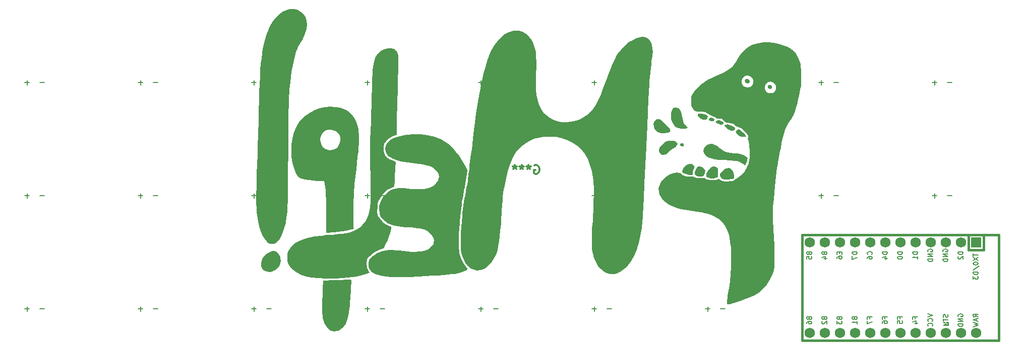
<source format=gbr>
%TF.GenerationSoftware,KiCad,Pcbnew,6.99.0*%
%TF.CreationDate,2022-01-01T23:32:49+11:00*%
%TF.ProjectId,help,68656c70-2e6b-4696-9361-645f70636258,rev?*%
%TF.SameCoordinates,Original*%
%TF.FileFunction,Legend,Bot*%
%TF.FilePolarity,Positive*%
%FSLAX46Y46*%
G04 Gerber Fmt 4.6, Leading zero omitted, Abs format (unit mm)*
G04 Created by KiCad (PCBNEW 6.99.0) date 2022-01-01 23:32:49*
%MOMM*%
%LPD*%
G01*
G04 APERTURE LIST*
%ADD10C,0.150000*%
%ADD11C,0.300000*%
%ADD12C,0.381000*%
%ADD13R,1.752600X1.752600*%
%ADD14C,1.752600*%
G04 APERTURE END LIST*
D10*
%TO.C,SW25*%
X192024047Y-44846428D02*
X192785952Y-44846428D01*
X192405000Y-45227380D02*
X192405000Y-44465476D01*
X194564047Y-44846428D02*
X195325952Y-44846428D01*
%TO.C,SW16*%
X137414047Y-44846428D02*
X138175952Y-44846428D01*
X134874047Y-44846428D02*
X135635952Y-44846428D01*
X135255000Y-45227380D02*
X135255000Y-44465476D01*
%TO.C,SW15*%
X118364047Y-82946428D02*
X119125952Y-82946428D01*
X115824047Y-82946428D02*
X116585952Y-82946428D01*
X116205000Y-83327380D02*
X116205000Y-82565476D01*
%TO.C,SW5*%
X58674047Y-63896428D02*
X59435952Y-63896428D01*
X59055000Y-64277380D02*
X59055000Y-63515476D01*
X61214047Y-63896428D02*
X61975952Y-63896428D01*
%TO.C,SW13*%
X118364047Y-44846428D02*
X119125952Y-44846428D01*
X115824047Y-44846428D02*
X116585952Y-44846428D01*
X116205000Y-45227380D02*
X116205000Y-44465476D01*
%TO.C,SW10*%
X99314047Y-44846428D02*
X100075952Y-44846428D01*
X96774047Y-44846428D02*
X97535952Y-44846428D01*
X97155000Y-45227380D02*
X97155000Y-44465476D01*
%TO.C,SW4*%
X61214047Y-44846428D02*
X61975952Y-44846428D01*
X58674047Y-44846428D02*
X59435952Y-44846428D01*
X59055000Y-45227380D02*
X59055000Y-44465476D01*
%TO.C,SW17*%
X134874047Y-63896428D02*
X135635952Y-63896428D01*
X135255000Y-64277380D02*
X135255000Y-63515476D01*
X137414047Y-63896428D02*
X138175952Y-63896428D01*
%TO.C,SW8*%
X77724047Y-63896428D02*
X78485952Y-63896428D01*
X78105000Y-64277380D02*
X78105000Y-63515476D01*
X80264047Y-63896428D02*
X81025952Y-63896428D01*
%TO.C,SW7*%
X77724047Y-44846428D02*
X78485952Y-44846428D01*
X78105000Y-45227380D02*
X78105000Y-44465476D01*
X80264047Y-44846428D02*
X81025952Y-44846428D01*
%TO.C,SW19*%
X156464047Y-44846428D02*
X157225952Y-44846428D01*
X153924047Y-44846428D02*
X154685952Y-44846428D01*
X154305000Y-45227380D02*
X154305000Y-44465476D01*
%TO.C,U1*%
X186576107Y-84569333D02*
X186576107Y-84302666D01*
X186995154Y-84302666D02*
X186195154Y-84302666D01*
X186195154Y-84683619D01*
X186195154Y-85369333D02*
X186195154Y-84988380D01*
X186576107Y-84950285D01*
X186538011Y-84988380D01*
X186499916Y-85064571D01*
X186499916Y-85255047D01*
X186538011Y-85331238D01*
X186576107Y-85369333D01*
X186652297Y-85407428D01*
X186842773Y-85407428D01*
X186918964Y-85369333D01*
X186957059Y-85331238D01*
X186995154Y-85255047D01*
X186995154Y-85064571D01*
X186957059Y-84988380D01*
X186918964Y-84950285D01*
X184036107Y-84569333D02*
X184036107Y-84302666D01*
X184455154Y-84302666D02*
X183655154Y-84302666D01*
X183655154Y-84683619D01*
X183655154Y-85331238D02*
X183655154Y-85178857D01*
X183693250Y-85102666D01*
X183731345Y-85064571D01*
X183845630Y-84988380D01*
X183998011Y-84950285D01*
X184302773Y-84950285D01*
X184378964Y-84988380D01*
X184417059Y-85026476D01*
X184455154Y-85102666D01*
X184455154Y-85255047D01*
X184417059Y-85331238D01*
X184378964Y-85369333D01*
X184302773Y-85407428D01*
X184112297Y-85407428D01*
X184036107Y-85369333D01*
X183998011Y-85331238D01*
X183959916Y-85255047D01*
X183959916Y-85102666D01*
X183998011Y-85026476D01*
X184036107Y-84988380D01*
X184112297Y-84950285D01*
X173876107Y-84512190D02*
X173914202Y-84626476D01*
X173952297Y-84664571D01*
X174028488Y-84702666D01*
X174142773Y-84702666D01*
X174218964Y-84664571D01*
X174257059Y-84626476D01*
X174295154Y-84550285D01*
X174295154Y-84245523D01*
X173495154Y-84245523D01*
X173495154Y-84512190D01*
X173533250Y-84588380D01*
X173571345Y-84626476D01*
X173647535Y-84664571D01*
X173723726Y-84664571D01*
X173799916Y-84626476D01*
X173838011Y-84588380D01*
X173876107Y-84512190D01*
X173876107Y-84245523D01*
X173571345Y-85007428D02*
X173533250Y-85045523D01*
X173495154Y-85121714D01*
X173495154Y-85312190D01*
X173533250Y-85388380D01*
X173571345Y-85426476D01*
X173647535Y-85464571D01*
X173723726Y-85464571D01*
X173838011Y-85426476D01*
X174295154Y-84969333D01*
X174295154Y-85464571D01*
X179375154Y-73323523D02*
X178575154Y-73323523D01*
X178575154Y-73514000D01*
X178613250Y-73628285D01*
X178689440Y-73704476D01*
X178765630Y-73742571D01*
X178918011Y-73780666D01*
X179032297Y-73780666D01*
X179184678Y-73742571D01*
X179260869Y-73704476D01*
X179337059Y-73628285D01*
X179375154Y-73514000D01*
X179375154Y-73323523D01*
X178575154Y-74047333D02*
X178575154Y-74580666D01*
X179375154Y-74237809D01*
X171336107Y-73590190D02*
X171374202Y-73704476D01*
X171412297Y-73742571D01*
X171488488Y-73780666D01*
X171602773Y-73780666D01*
X171678964Y-73742571D01*
X171717059Y-73704476D01*
X171755154Y-73628285D01*
X171755154Y-73323523D01*
X170955154Y-73323523D01*
X170955154Y-73590190D01*
X170993250Y-73666380D01*
X171031345Y-73704476D01*
X171107535Y-73742571D01*
X171183726Y-73742571D01*
X171259916Y-73704476D01*
X171298011Y-73666380D01*
X171336107Y-73590190D01*
X171336107Y-73323523D01*
X170955154Y-74504476D02*
X170955154Y-74123523D01*
X171336107Y-74085428D01*
X171298011Y-74123523D01*
X171259916Y-74199714D01*
X171259916Y-74390190D01*
X171298011Y-74466380D01*
X171336107Y-74504476D01*
X171412297Y-74542571D01*
X171602773Y-74542571D01*
X171678964Y-74504476D01*
X171717059Y-74466380D01*
X171755154Y-74390190D01*
X171755154Y-74199714D01*
X171717059Y-74123523D01*
X171678964Y-74085428D01*
X194597059Y-83881666D02*
X194635154Y-83995952D01*
X194635154Y-84186428D01*
X194597059Y-84262619D01*
X194558964Y-84300714D01*
X194482773Y-84338809D01*
X194406583Y-84338809D01*
X194330392Y-84300714D01*
X194292297Y-84262619D01*
X194254202Y-84186428D01*
X194216107Y-84034047D01*
X194178011Y-83957857D01*
X194139916Y-83919761D01*
X194063726Y-83881666D01*
X193987535Y-83881666D01*
X193911345Y-83919761D01*
X193873250Y-83957857D01*
X193835154Y-84034047D01*
X193835154Y-84224523D01*
X193873250Y-84338809D01*
X193835154Y-84567380D02*
X193835154Y-85024523D01*
X194635154Y-84795952D02*
X193835154Y-84795952D01*
X173876107Y-73590190D02*
X173914202Y-73704476D01*
X173952297Y-73742571D01*
X174028488Y-73780666D01*
X174142773Y-73780666D01*
X174218964Y-73742571D01*
X174257059Y-73704476D01*
X174295154Y-73628285D01*
X174295154Y-73323523D01*
X173495154Y-73323523D01*
X173495154Y-73590190D01*
X173533250Y-73666380D01*
X173571345Y-73704476D01*
X173647535Y-73742571D01*
X173723726Y-73742571D01*
X173799916Y-73704476D01*
X173838011Y-73666380D01*
X173876107Y-73590190D01*
X173876107Y-73323523D01*
X173761821Y-74466380D02*
X174295154Y-74466380D01*
X173457059Y-74275904D02*
X174028488Y-74085428D01*
X174028488Y-74580666D01*
X199695154Y-84283619D02*
X199314202Y-84016952D01*
X199695154Y-83826476D02*
X198895154Y-83826476D01*
X198895154Y-84131238D01*
X198933250Y-84207428D01*
X198971345Y-84245523D01*
X199047535Y-84283619D01*
X199161821Y-84283619D01*
X199238011Y-84245523D01*
X199276107Y-84207428D01*
X199314202Y-84131238D01*
X199314202Y-83826476D01*
X199466583Y-84588380D02*
X199466583Y-84969333D01*
X199695154Y-84512190D02*
X198895154Y-84778857D01*
X199695154Y-85045523D01*
X198895154Y-85236000D02*
X199695154Y-85426476D01*
X199123726Y-85578857D01*
X199695154Y-85731238D01*
X198895154Y-85921714D01*
X196393250Y-84226476D02*
X196355154Y-84150285D01*
X196355154Y-84036000D01*
X196393250Y-83921714D01*
X196469440Y-83845523D01*
X196545630Y-83807428D01*
X196698011Y-83769333D01*
X196812297Y-83769333D01*
X196964678Y-83807428D01*
X197040869Y-83845523D01*
X197117059Y-83921714D01*
X197155154Y-84036000D01*
X197155154Y-84112190D01*
X197117059Y-84226476D01*
X197078964Y-84264571D01*
X196812297Y-84264571D01*
X196812297Y-84112190D01*
X197155154Y-84607428D02*
X196355154Y-84607428D01*
X197155154Y-85064571D01*
X196355154Y-85064571D01*
X197155154Y-85445523D02*
X196355154Y-85445523D01*
X196355154Y-85636000D01*
X196393250Y-85750285D01*
X196469440Y-85826476D01*
X196545630Y-85864571D01*
X196698011Y-85902666D01*
X196812297Y-85902666D01*
X196964678Y-85864571D01*
X197040869Y-85826476D01*
X197117059Y-85750285D01*
X197155154Y-85636000D01*
X197155154Y-85445523D01*
X184455154Y-73323523D02*
X183655154Y-73323523D01*
X183655154Y-73514000D01*
X183693250Y-73628285D01*
X183769440Y-73704476D01*
X183845630Y-73742571D01*
X183998011Y-73780666D01*
X184112297Y-73780666D01*
X184264678Y-73742571D01*
X184340869Y-73704476D01*
X184417059Y-73628285D01*
X184455154Y-73514000D01*
X184455154Y-73323523D01*
X183921821Y-74466380D02*
X184455154Y-74466380D01*
X183617059Y-74275904D02*
X184188488Y-74085428D01*
X184188488Y-74580666D01*
X171336107Y-84512190D02*
X171374202Y-84626476D01*
X171412297Y-84664571D01*
X171488488Y-84702666D01*
X171602773Y-84702666D01*
X171678964Y-84664571D01*
X171717059Y-84626476D01*
X171755154Y-84550285D01*
X171755154Y-84245523D01*
X170955154Y-84245523D01*
X170955154Y-84512190D01*
X170993250Y-84588380D01*
X171031345Y-84626476D01*
X171107535Y-84664571D01*
X171183726Y-84664571D01*
X171259916Y-84626476D01*
X171298011Y-84588380D01*
X171336107Y-84512190D01*
X171336107Y-84245523D01*
X170955154Y-85388380D02*
X170955154Y-85236000D01*
X170993250Y-85159809D01*
X171031345Y-85121714D01*
X171145630Y-85045523D01*
X171298011Y-85007428D01*
X171602773Y-85007428D01*
X171678964Y-85045523D01*
X171717059Y-85083619D01*
X171755154Y-85159809D01*
X171755154Y-85312190D01*
X171717059Y-85388380D01*
X171678964Y-85426476D01*
X171602773Y-85464571D01*
X171412297Y-85464571D01*
X171336107Y-85426476D01*
X171298011Y-85388380D01*
X171259916Y-85312190D01*
X171259916Y-85159809D01*
X171298011Y-85083619D01*
X171336107Y-85045523D01*
X171412297Y-85007428D01*
X189116107Y-84569333D02*
X189116107Y-84302666D01*
X189535154Y-84302666D02*
X188735154Y-84302666D01*
X188735154Y-84683619D01*
X189001821Y-85331238D02*
X189535154Y-85331238D01*
X188697059Y-85140761D02*
X189268488Y-84950285D01*
X189268488Y-85445523D01*
X186995154Y-73323523D02*
X186195154Y-73323523D01*
X186195154Y-73514000D01*
X186233250Y-73628285D01*
X186309440Y-73704476D01*
X186385630Y-73742571D01*
X186538011Y-73780666D01*
X186652297Y-73780666D01*
X186804678Y-73742571D01*
X186880869Y-73704476D01*
X186957059Y-73628285D01*
X186995154Y-73514000D01*
X186995154Y-73323523D01*
X186195154Y-74275904D02*
X186195154Y-74352095D01*
X186233250Y-74428285D01*
X186271345Y-74466380D01*
X186347535Y-74504476D01*
X186499916Y-74542571D01*
X186690392Y-74542571D01*
X186842773Y-74504476D01*
X186918964Y-74466380D01*
X186957059Y-74428285D01*
X186995154Y-74352095D01*
X186995154Y-74275904D01*
X186957059Y-74199714D01*
X186918964Y-74161619D01*
X186842773Y-74123523D01*
X186690392Y-74085428D01*
X186499916Y-74085428D01*
X186347535Y-74123523D01*
X186271345Y-74161619D01*
X186233250Y-74199714D01*
X186195154Y-74275904D01*
X189535154Y-73323523D02*
X188735154Y-73323523D01*
X188735154Y-73514000D01*
X188773250Y-73628285D01*
X188849440Y-73704476D01*
X188925630Y-73742571D01*
X189078011Y-73780666D01*
X189192297Y-73780666D01*
X189344678Y-73742571D01*
X189420869Y-73704476D01*
X189497059Y-73628285D01*
X189535154Y-73514000D01*
X189535154Y-73323523D01*
X189535154Y-74542571D02*
X189535154Y-74085428D01*
X189535154Y-74314000D02*
X188735154Y-74314000D01*
X188849440Y-74237809D01*
X188925630Y-74161619D01*
X188963726Y-74085428D01*
X181496107Y-84569333D02*
X181496107Y-84302666D01*
X181915154Y-84302666D02*
X181115154Y-84302666D01*
X181115154Y-84683619D01*
X181115154Y-84912190D02*
X181115154Y-85445523D01*
X181915154Y-85102666D01*
X181838964Y-73780666D02*
X181877059Y-73742571D01*
X181915154Y-73628285D01*
X181915154Y-73552095D01*
X181877059Y-73437809D01*
X181800869Y-73361619D01*
X181724678Y-73323523D01*
X181572297Y-73285428D01*
X181458011Y-73285428D01*
X181305630Y-73323523D01*
X181229440Y-73361619D01*
X181153250Y-73437809D01*
X181115154Y-73552095D01*
X181115154Y-73628285D01*
X181153250Y-73742571D01*
X181191345Y-73780666D01*
X181115154Y-74466380D02*
X181115154Y-74314000D01*
X181153250Y-74237809D01*
X181191345Y-74199714D01*
X181305630Y-74123523D01*
X181458011Y-74085428D01*
X181762773Y-74085428D01*
X181838964Y-74123523D01*
X181877059Y-74161619D01*
X181915154Y-74237809D01*
X181915154Y-74390190D01*
X181877059Y-74466380D01*
X181838964Y-74504476D01*
X181762773Y-74542571D01*
X181572297Y-74542571D01*
X181496107Y-74504476D01*
X181458011Y-74466380D01*
X181419916Y-74390190D01*
X181419916Y-74237809D01*
X181458011Y-74161619D01*
X181496107Y-74123523D01*
X181572297Y-74085428D01*
X197155154Y-73323523D02*
X196355154Y-73323523D01*
X196355154Y-73514000D01*
X196393250Y-73628285D01*
X196469440Y-73704476D01*
X196545630Y-73742571D01*
X196698011Y-73780666D01*
X196812297Y-73780666D01*
X196964678Y-73742571D01*
X197040869Y-73704476D01*
X197117059Y-73628285D01*
X197155154Y-73514000D01*
X197155154Y-73323523D01*
X196431345Y-74085428D02*
X196393250Y-74123523D01*
X196355154Y-74199714D01*
X196355154Y-74390190D01*
X196393250Y-74466380D01*
X196431345Y-74504476D01*
X196507535Y-74542571D01*
X196583726Y-74542571D01*
X196698011Y-74504476D01*
X197155154Y-74047333D01*
X197155154Y-74542571D01*
X176416107Y-84512190D02*
X176454202Y-84626476D01*
X176492297Y-84664571D01*
X176568488Y-84702666D01*
X176682773Y-84702666D01*
X176758964Y-84664571D01*
X176797059Y-84626476D01*
X176835154Y-84550285D01*
X176835154Y-84245523D01*
X176035154Y-84245523D01*
X176035154Y-84512190D01*
X176073250Y-84588380D01*
X176111345Y-84626476D01*
X176187535Y-84664571D01*
X176263726Y-84664571D01*
X176339916Y-84626476D01*
X176378011Y-84588380D01*
X176416107Y-84512190D01*
X176416107Y-84245523D01*
X176035154Y-84969333D02*
X176035154Y-85464571D01*
X176339916Y-85197904D01*
X176339916Y-85312190D01*
X176378011Y-85388380D01*
X176416107Y-85426476D01*
X176492297Y-85464571D01*
X176682773Y-85464571D01*
X176758964Y-85426476D01*
X176797059Y-85388380D01*
X176835154Y-85312190D01*
X176835154Y-85083619D01*
X176797059Y-85007428D01*
X176758964Y-84969333D01*
X191313250Y-73304476D02*
X191275154Y-73228285D01*
X191275154Y-73114000D01*
X191313250Y-72999714D01*
X191389440Y-72923523D01*
X191465630Y-72885428D01*
X191618011Y-72847333D01*
X191732297Y-72847333D01*
X191884678Y-72885428D01*
X191960869Y-72923523D01*
X192037059Y-72999714D01*
X192075154Y-73114000D01*
X192075154Y-73190190D01*
X192037059Y-73304476D01*
X191998964Y-73342571D01*
X191732297Y-73342571D01*
X191732297Y-73190190D01*
X192075154Y-73685428D02*
X191275154Y-73685428D01*
X192075154Y-74142571D01*
X191275154Y-74142571D01*
X192075154Y-74523523D02*
X191275154Y-74523523D01*
X191275154Y-74714000D01*
X191313250Y-74828285D01*
X191389440Y-74904476D01*
X191465630Y-74942571D01*
X191618011Y-74980666D01*
X191732297Y-74980666D01*
X191884678Y-74942571D01*
X191960869Y-74904476D01*
X192037059Y-74828285D01*
X192075154Y-74714000D01*
X192075154Y-74523523D01*
X198895154Y-73612651D02*
X198895154Y-74069794D01*
X199695154Y-73841223D02*
X198895154Y-73841223D01*
X198895154Y-74260270D02*
X199695154Y-74793604D01*
X198895154Y-74793604D02*
X199695154Y-74260270D01*
X198895154Y-75250747D02*
X198895154Y-75326937D01*
X198933250Y-75403128D01*
X198971345Y-75441223D01*
X199047535Y-75479318D01*
X199199916Y-75517413D01*
X199390392Y-75517413D01*
X199542773Y-75479318D01*
X199618964Y-75441223D01*
X199657059Y-75403128D01*
X199695154Y-75326937D01*
X199695154Y-75250747D01*
X199657059Y-75174556D01*
X199618964Y-75136461D01*
X199542773Y-75098366D01*
X199390392Y-75060270D01*
X199199916Y-75060270D01*
X199047535Y-75098366D01*
X198971345Y-75136461D01*
X198933250Y-75174556D01*
X198895154Y-75250747D01*
X198857059Y-76431699D02*
X199885630Y-75745985D01*
X199695154Y-76698366D02*
X198895154Y-76698366D01*
X198895154Y-76888842D01*
X198933250Y-77003128D01*
X199009440Y-77079318D01*
X199085630Y-77117413D01*
X199238011Y-77155508D01*
X199352297Y-77155508D01*
X199504678Y-77117413D01*
X199580869Y-77079318D01*
X199657059Y-77003128D01*
X199695154Y-76888842D01*
X199695154Y-76698366D01*
X198895154Y-77422175D02*
X198895154Y-77917413D01*
X199199916Y-77650747D01*
X199199916Y-77765032D01*
X199238011Y-77841223D01*
X199276107Y-77879318D01*
X199352297Y-77917413D01*
X199542773Y-77917413D01*
X199618964Y-77879318D01*
X199657059Y-77841223D01*
X199695154Y-77765032D01*
X199695154Y-77536461D01*
X199657059Y-77460270D01*
X199618964Y-77422175D01*
X193853250Y-73304476D02*
X193815154Y-73228285D01*
X193815154Y-73114000D01*
X193853250Y-72999714D01*
X193929440Y-72923523D01*
X194005630Y-72885428D01*
X194158011Y-72847333D01*
X194272297Y-72847333D01*
X194424678Y-72885428D01*
X194500869Y-72923523D01*
X194577059Y-72999714D01*
X194615154Y-73114000D01*
X194615154Y-73190190D01*
X194577059Y-73304476D01*
X194538964Y-73342571D01*
X194272297Y-73342571D01*
X194272297Y-73190190D01*
X194615154Y-73685428D02*
X193815154Y-73685428D01*
X194615154Y-74142571D01*
X193815154Y-74142571D01*
X194615154Y-74523523D02*
X193815154Y-74523523D01*
X193815154Y-74714000D01*
X193853250Y-74828285D01*
X193929440Y-74904476D01*
X194005630Y-74942571D01*
X194158011Y-74980666D01*
X194272297Y-74980666D01*
X194424678Y-74942571D01*
X194500869Y-74904476D01*
X194577059Y-74828285D01*
X194615154Y-74714000D01*
X194615154Y-74523523D01*
X176416107Y-73361619D02*
X176416107Y-73628285D01*
X176835154Y-73742571D02*
X176835154Y-73361619D01*
X176035154Y-73361619D01*
X176035154Y-73742571D01*
X176035154Y-74428285D02*
X176035154Y-74275904D01*
X176073250Y-74199714D01*
X176111345Y-74161619D01*
X176225630Y-74085428D01*
X176378011Y-74047333D01*
X176682773Y-74047333D01*
X176758964Y-74085428D01*
X176797059Y-74123523D01*
X176835154Y-74199714D01*
X176835154Y-74352095D01*
X176797059Y-74428285D01*
X176758964Y-74466380D01*
X176682773Y-74504476D01*
X176492297Y-74504476D01*
X176416107Y-74466380D01*
X176378011Y-74428285D01*
X176339916Y-74352095D01*
X176339916Y-74199714D01*
X176378011Y-74123523D01*
X176416107Y-74085428D01*
X176492297Y-74047333D01*
X191275154Y-83769333D02*
X192075154Y-84036000D01*
X191275154Y-84302666D01*
X191998964Y-85026476D02*
X192037059Y-84988380D01*
X192075154Y-84874095D01*
X192075154Y-84797904D01*
X192037059Y-84683619D01*
X191960869Y-84607428D01*
X191884678Y-84569333D01*
X191732297Y-84531238D01*
X191618011Y-84531238D01*
X191465630Y-84569333D01*
X191389440Y-84607428D01*
X191313250Y-84683619D01*
X191275154Y-84797904D01*
X191275154Y-84874095D01*
X191313250Y-84988380D01*
X191351345Y-85026476D01*
X191998964Y-85826476D02*
X192037059Y-85788380D01*
X192075154Y-85674095D01*
X192075154Y-85597904D01*
X192037059Y-85483619D01*
X191960869Y-85407428D01*
X191884678Y-85369333D01*
X191732297Y-85331238D01*
X191618011Y-85331238D01*
X191465630Y-85369333D01*
X191389440Y-85407428D01*
X191313250Y-85483619D01*
X191275154Y-85597904D01*
X191275154Y-85674095D01*
X191313250Y-85788380D01*
X191351345Y-85826476D01*
X178956107Y-84512190D02*
X178994202Y-84626476D01*
X179032297Y-84664571D01*
X179108488Y-84702666D01*
X179222773Y-84702666D01*
X179298964Y-84664571D01*
X179337059Y-84626476D01*
X179375154Y-84550285D01*
X179375154Y-84245523D01*
X178575154Y-84245523D01*
X178575154Y-84512190D01*
X178613250Y-84588380D01*
X178651345Y-84626476D01*
X178727535Y-84664571D01*
X178803726Y-84664571D01*
X178879916Y-84626476D01*
X178918011Y-84588380D01*
X178956107Y-84512190D01*
X178956107Y-84245523D01*
X179375154Y-85464571D02*
X179375154Y-85007428D01*
X179375154Y-85236000D02*
X178575154Y-85236000D01*
X178689440Y-85159809D01*
X178765630Y-85083619D01*
X178803726Y-85007428D01*
%TO.C,SW20*%
X156464047Y-63896428D02*
X157225952Y-63896428D01*
X153924047Y-63896428D02*
X154685952Y-63896428D01*
X154305000Y-64277380D02*
X154305000Y-63515476D01*
%TO.C,SW11*%
X99314047Y-63896428D02*
X100075952Y-63896428D01*
X96774047Y-63896428D02*
X97535952Y-63896428D01*
X97155000Y-64277380D02*
X97155000Y-63515476D01*
%TO.C,SW26*%
X192024047Y-63896428D02*
X192785952Y-63896428D01*
X192405000Y-64277380D02*
X192405000Y-63515476D01*
X194564047Y-63896428D02*
X195325952Y-63896428D01*
%TO.C,SW21*%
X156464047Y-82946428D02*
X157225952Y-82946428D01*
X153924047Y-82946428D02*
X154685952Y-82946428D01*
X154305000Y-83327380D02*
X154305000Y-82565476D01*
%TO.C,SW14*%
X115824047Y-63896428D02*
X116585952Y-63896428D01*
X116205000Y-64277380D02*
X116205000Y-63515476D01*
X118364047Y-63896428D02*
X119125952Y-63896428D01*
%TO.C,SW12*%
X99314047Y-82946428D02*
X100075952Y-82946428D01*
X96774047Y-82946428D02*
X97535952Y-82946428D01*
X97155000Y-83327380D02*
X97155000Y-82565476D01*
%TO.C,SW18*%
X134874047Y-82946428D02*
X135635952Y-82946428D01*
X135255000Y-83327380D02*
X135255000Y-82565476D01*
X137414047Y-82946428D02*
X138175952Y-82946428D01*
%TO.C,SW22*%
X175514047Y-44846428D02*
X176275952Y-44846428D01*
X172974047Y-44846428D02*
X173735952Y-44846428D01*
X173355000Y-45227380D02*
X173355000Y-44465476D01*
%TO.C,SW9*%
X77724047Y-82946428D02*
X78485952Y-82946428D01*
X78105000Y-83327380D02*
X78105000Y-82565476D01*
X80264047Y-82946428D02*
X81025952Y-82946428D01*
%TO.C,SW1*%
X42164047Y-44846428D02*
X42925952Y-44846428D01*
X39624047Y-44846428D02*
X40385952Y-44846428D01*
X40005000Y-45227380D02*
X40005000Y-44465476D01*
%TO.C,SW2*%
X39624047Y-63896428D02*
X40385952Y-63896428D01*
X40005000Y-64277380D02*
X40005000Y-63515476D01*
X42164047Y-63896428D02*
X42925952Y-63896428D01*
%TO.C,SW3*%
X42164047Y-82946428D02*
X42925952Y-82946428D01*
X39624047Y-82946428D02*
X40385952Y-82946428D01*
X40005000Y-83327380D02*
X40005000Y-82565476D01*
%TO.C,SW23*%
X175514047Y-63896428D02*
X176275952Y-63896428D01*
X172974047Y-63896428D02*
X173735952Y-63896428D01*
X173355000Y-64277380D02*
X173355000Y-63515476D01*
%TO.C,SW6*%
X61214047Y-82946428D02*
X61975952Y-82946428D01*
X58674047Y-82946428D02*
X59435952Y-82946428D01*
X59055000Y-83327380D02*
X59055000Y-82565476D01*
D11*
%TO.C,G\u002A\u002A\u002A*%
X125167571Y-58769250D02*
X125312714Y-58696678D01*
X125530428Y-58696678D01*
X125748142Y-58769250D01*
X125893285Y-58914392D01*
X125965857Y-59059535D01*
X126038428Y-59349821D01*
X126038428Y-59567535D01*
X125965857Y-59857821D01*
X125893285Y-60002964D01*
X125748142Y-60148107D01*
X125530428Y-60220678D01*
X125385285Y-60220678D01*
X125167571Y-60148107D01*
X125095000Y-60075535D01*
X125095000Y-59567535D01*
X125385285Y-59567535D01*
X124224142Y-58696678D02*
X124224142Y-59059535D01*
X124587000Y-58914392D02*
X124224142Y-59059535D01*
X123861285Y-58914392D01*
X124441857Y-59349821D02*
X124224142Y-59059535D01*
X124006428Y-59349821D01*
X123063000Y-58696678D02*
X123063000Y-59059535D01*
X123425857Y-58914392D02*
X123063000Y-59059535D01*
X122700142Y-58914392D01*
X123280714Y-59349821D02*
X123063000Y-59059535D01*
X122845285Y-59349821D01*
X121901857Y-58696678D02*
X121901857Y-59059535D01*
X122264714Y-58914392D02*
X121901857Y-59059535D01*
X121539000Y-58914392D01*
X122119571Y-59349821D02*
X121901857Y-59059535D01*
X121684142Y-59349821D01*
D12*
%TO.C,U1*%
X203143250Y-88265000D02*
X203143250Y-70485000D01*
X203143250Y-70485000D02*
X170123250Y-70485000D01*
X200603250Y-73025000D02*
X200603250Y-70485000D01*
X200603250Y-73025000D02*
X198063250Y-73025000D01*
X198063250Y-73025000D02*
X198063250Y-70485000D01*
X170123250Y-88265000D02*
X203143250Y-88265000D01*
X170123250Y-70485000D02*
X170123250Y-88265000D01*
D10*
X194714220Y-85619635D02*
X193914220Y-85619635D01*
X193914220Y-85619635D02*
X193914220Y-85719635D01*
X193914220Y-85719635D02*
X194714220Y-85719635D01*
X194714220Y-85719635D02*
X194714220Y-85619635D01*
G36*
X194714220Y-85719635D02*
G01*
X193914220Y-85719635D01*
X193914220Y-85619635D01*
X194714220Y-85619635D01*
X194714220Y-85719635D01*
G37*
X194714220Y-85719635D02*
X193914220Y-85719635D01*
X193914220Y-85619635D01*
X194714220Y-85619635D01*
X194714220Y-85719635D01*
X194714220Y-85219635D02*
X194614220Y-85219635D01*
X194614220Y-85219635D02*
X194614220Y-85719635D01*
X194614220Y-85719635D02*
X194714220Y-85719635D01*
X194714220Y-85719635D02*
X194714220Y-85219635D01*
G36*
X194714220Y-85719635D02*
G01*
X194614220Y-85719635D01*
X194614220Y-85219635D01*
X194714220Y-85219635D01*
X194714220Y-85719635D01*
G37*
X194714220Y-85719635D02*
X194614220Y-85719635D01*
X194614220Y-85219635D01*
X194714220Y-85219635D01*
X194714220Y-85719635D01*
X194714220Y-85219635D02*
X194414220Y-85219635D01*
X194414220Y-85219635D02*
X194414220Y-85319635D01*
X194414220Y-85319635D02*
X194714220Y-85319635D01*
X194714220Y-85319635D02*
X194714220Y-85219635D01*
G36*
X194714220Y-85319635D02*
G01*
X194414220Y-85319635D01*
X194414220Y-85219635D01*
X194714220Y-85219635D01*
X194714220Y-85319635D01*
G37*
X194714220Y-85319635D02*
X194414220Y-85319635D01*
X194414220Y-85219635D01*
X194714220Y-85219635D01*
X194714220Y-85319635D01*
X194314220Y-85419635D02*
X194214220Y-85419635D01*
X194214220Y-85419635D02*
X194214220Y-85519635D01*
X194214220Y-85519635D02*
X194314220Y-85519635D01*
X194314220Y-85519635D02*
X194314220Y-85419635D01*
G36*
X194314220Y-85519635D02*
G01*
X194214220Y-85519635D01*
X194214220Y-85419635D01*
X194314220Y-85419635D01*
X194314220Y-85519635D01*
G37*
X194314220Y-85519635D02*
X194214220Y-85519635D01*
X194214220Y-85419635D01*
X194314220Y-85419635D01*
X194314220Y-85519635D01*
X194114220Y-85219635D02*
X193914220Y-85219635D01*
X193914220Y-85219635D02*
X193914220Y-85319635D01*
X193914220Y-85319635D02*
X194114220Y-85319635D01*
X194114220Y-85319635D02*
X194114220Y-85219635D01*
G36*
X194114220Y-85319635D02*
G01*
X193914220Y-85319635D01*
X193914220Y-85219635D01*
X194114220Y-85219635D01*
X194114220Y-85319635D01*
G37*
X194114220Y-85319635D02*
X193914220Y-85319635D01*
X193914220Y-85219635D01*
X194114220Y-85219635D01*
X194114220Y-85319635D01*
%TO.C,G\u002A\u002A\u002A*%
G36*
X164850514Y-45224662D02*
G01*
X165019685Y-45333525D01*
X165094035Y-45515481D01*
X165043140Y-45737510D01*
X164952702Y-45835856D01*
X164762103Y-45898140D01*
X164561118Y-45865358D01*
X164416677Y-45737510D01*
X164366691Y-45549168D01*
X164420663Y-45353177D01*
X164578065Y-45232746D01*
X164616944Y-45221911D01*
X164850514Y-45224662D01*
G37*
G36*
X150039840Y-55043409D02*
G01*
X150169532Y-55094924D01*
X150296915Y-55243193D01*
X150285712Y-55445736D01*
X150280274Y-55457643D01*
X150165767Y-55533628D01*
X149983021Y-55542506D01*
X149794510Y-55490488D01*
X149662706Y-55383786D01*
X149627883Y-55270909D01*
X149685606Y-55130317D01*
X149835387Y-55043236D01*
X150039840Y-55043409D01*
G37*
G36*
X161024470Y-44200295D02*
G01*
X161217300Y-44312435D01*
X161341430Y-44489947D01*
X161372489Y-44689513D01*
X161286104Y-44867815D01*
X161185791Y-44935325D01*
X160973621Y-44964883D01*
X160757690Y-44900697D01*
X160589999Y-44762928D01*
X160522546Y-44571741D01*
X160569997Y-44409388D01*
X160715182Y-44249219D01*
X160900346Y-44182171D01*
X161024470Y-44200295D01*
G37*
G36*
X155228256Y-50845828D02*
G01*
X155234312Y-50848977D01*
X155414284Y-50977825D01*
X155442404Y-51104386D01*
X155321779Y-51241809D01*
X155236209Y-51293479D01*
X154960507Y-51342539D01*
X154643697Y-51259848D01*
X154488363Y-51161226D01*
X154460554Y-51038246D01*
X154574192Y-50869440D01*
X154713644Y-50763903D01*
X154938055Y-50739849D01*
X155228256Y-50845828D01*
G37*
G36*
X151587776Y-58567944D02*
G01*
X151887694Y-58741577D01*
X152137509Y-58964787D01*
X151966838Y-59410780D01*
X151898284Y-59613285D01*
X151824729Y-59905675D01*
X151796166Y-60132603D01*
X151796166Y-60408433D01*
X151309202Y-60354960D01*
X150847961Y-60287473D01*
X150418734Y-60176925D01*
X150132595Y-60036527D01*
X150082738Y-59988319D01*
X150028798Y-59793717D01*
X150099487Y-59515078D01*
X150293776Y-59158005D01*
X150299786Y-59148803D01*
X150579684Y-58826740D01*
X150906097Y-58617756D01*
X151251352Y-58529081D01*
X151587776Y-58567944D01*
G37*
G36*
X159731511Y-52784632D02*
G01*
X160028046Y-53007069D01*
X160193307Y-53166481D01*
X160394860Y-53390695D01*
X160575764Y-53618498D01*
X160706185Y-53811954D01*
X160756288Y-53933124D01*
X160753134Y-53945585D01*
X160658882Y-53987117D01*
X160467212Y-53998815D01*
X160223678Y-53983140D01*
X159973834Y-53942550D01*
X159763232Y-53879506D01*
X159599151Y-53803090D01*
X159288208Y-53581617D01*
X159073312Y-53282993D01*
X159012382Y-53137190D01*
X159029852Y-53016927D01*
X159145850Y-52861962D01*
X159290496Y-52737545D01*
X159491738Y-52695790D01*
X159731511Y-52784632D01*
G37*
G36*
X158129877Y-59333957D02*
G01*
X158226203Y-59387379D01*
X158479903Y-59641823D01*
X158634497Y-60014254D01*
X158688627Y-60501829D01*
X158691564Y-60965965D01*
X158379908Y-61060718D01*
X158200939Y-61101230D01*
X157887075Y-61142865D01*
X157561810Y-61161338D01*
X157138641Y-61137300D01*
X156791630Y-61037253D01*
X156550639Y-60851380D01*
X156397936Y-60570682D01*
X156355406Y-60442467D01*
X156327400Y-60281701D01*
X156371952Y-60146660D01*
X156501633Y-59963782D01*
X156656972Y-59780733D01*
X157014130Y-59480518D01*
X157394948Y-59299686D01*
X157775004Y-59247684D01*
X158129877Y-59333957D01*
G37*
G36*
X157850422Y-51909781D02*
G01*
X158068455Y-51982870D01*
X158343321Y-52098066D01*
X158607647Y-52227181D01*
X158816103Y-52347902D01*
X158923359Y-52437915D01*
X158928987Y-52454735D01*
X158897744Y-52581235D01*
X158795540Y-52753502D01*
X158702122Y-52861138D01*
X158534087Y-52955174D01*
X158316181Y-52948429D01*
X158010414Y-52845346D01*
X157904814Y-52787652D01*
X157711610Y-52650572D01*
X157496995Y-52476061D01*
X157297933Y-52296244D01*
X157151388Y-52143247D01*
X157094325Y-52049194D01*
X157098131Y-52027998D01*
X157195184Y-51946729D01*
X157386128Y-51893812D01*
X157621147Y-51878435D01*
X157850422Y-51909781D01*
G37*
G36*
X156925907Y-51530712D02*
G01*
X156946894Y-51662333D01*
X156848973Y-51812266D01*
X156725370Y-51908013D01*
X156511666Y-51949205D01*
X156233342Y-51879191D01*
X155870639Y-51695614D01*
X155669573Y-51559691D01*
X155596011Y-51443326D01*
X155672134Y-51338030D01*
X155724936Y-51311312D01*
X156315184Y-51311312D01*
X156354141Y-51350269D01*
X156393098Y-51311312D01*
X156354141Y-51272355D01*
X156315184Y-51311312D01*
X155724936Y-51311312D01*
X155899191Y-51223139D01*
X155943852Y-51204896D01*
X156115528Y-51155419D01*
X156273652Y-51171469D01*
X156493514Y-51257384D01*
X156599943Y-51311312D01*
X156774815Y-51399921D01*
X156925907Y-51530712D01*
G37*
G36*
X153293271Y-59026784D02*
G01*
X153577382Y-59180697D01*
X153788016Y-59463083D01*
X153832838Y-59556463D01*
X153868298Y-59694246D01*
X153850096Y-59855458D01*
X153777197Y-60101145D01*
X153723394Y-60262614D01*
X153653292Y-60461747D01*
X153612175Y-60563612D01*
X153531640Y-60592028D01*
X153336482Y-60613740D01*
X153072028Y-60622048D01*
X152812007Y-60613542D01*
X152448597Y-60550602D01*
X152220493Y-60418154D01*
X152120796Y-60206496D01*
X152142607Y-59905925D01*
X152279025Y-59506737D01*
X152328579Y-59391584D01*
X152441859Y-59167957D01*
X152558129Y-59047065D01*
X152719233Y-58997297D01*
X152967019Y-58987045D01*
X153293271Y-59026784D01*
G37*
G36*
X154268315Y-50751785D02*
G01*
X154240438Y-50790917D01*
X154109843Y-50959186D01*
X154016718Y-51056898D01*
X153950345Y-51092273D01*
X153718820Y-51113814D01*
X153437503Y-51045472D01*
X153146969Y-50905057D01*
X152887793Y-50710376D01*
X152700551Y-50479237D01*
X152687329Y-50454256D01*
X153666104Y-50454256D01*
X153705061Y-50493213D01*
X153744018Y-50454256D01*
X153705061Y-50415299D01*
X153666104Y-50454256D01*
X152687329Y-50454256D01*
X152661528Y-50405507D01*
X152593544Y-50233126D01*
X152591927Y-50138965D01*
X152619079Y-50123123D01*
X152769501Y-50081282D01*
X152990747Y-50046457D01*
X153217534Y-50038946D01*
X153703090Y-50128644D01*
X154190401Y-50352186D01*
X154359652Y-50454256D01*
X154441998Y-50503916D01*
X154268315Y-50751785D01*
G37*
G36*
X146420092Y-51121066D02*
G01*
X146512748Y-51183182D01*
X146736727Y-51367677D01*
X147001145Y-51615551D01*
X147279923Y-51898906D01*
X147546979Y-52189846D01*
X147776234Y-52460474D01*
X147941607Y-52682892D01*
X148017017Y-52829205D01*
X148030825Y-52962256D01*
X147974414Y-53099130D01*
X147808875Y-53198768D01*
X147510890Y-53282030D01*
X147489520Y-53286675D01*
X146950626Y-53358704D01*
X146463482Y-53339211D01*
X146066255Y-53229583D01*
X145953867Y-53172545D01*
X145620385Y-52915742D01*
X145377630Y-52588875D01*
X145234151Y-52222042D01*
X145198497Y-51845340D01*
X145279217Y-51488866D01*
X145484859Y-51182717D01*
X145528678Y-51141289D01*
X145792551Y-50988150D01*
X146084824Y-50981729D01*
X146420092Y-51121066D01*
G37*
G36*
X148976546Y-49015574D02*
G01*
X149308616Y-49095155D01*
X149575902Y-49291154D01*
X149784349Y-49612051D01*
X149939904Y-50066325D01*
X150048512Y-50662458D01*
X150073527Y-50840519D01*
X150167110Y-51311164D01*
X150289293Y-51653989D01*
X150449176Y-51889615D01*
X150655859Y-52038663D01*
X150711854Y-52068355D01*
X150884437Y-52225809D01*
X150913944Y-52391293D01*
X150805272Y-52533900D01*
X150563317Y-52622723D01*
X150269322Y-52639238D01*
X149891972Y-52613028D01*
X149512710Y-52551392D01*
X149205139Y-52462986D01*
X149201736Y-52461618D01*
X148837108Y-52233579D01*
X148533409Y-51880575D01*
X148302177Y-51425271D01*
X148154949Y-50890334D01*
X148103263Y-50298428D01*
X148114786Y-50042185D01*
X148201108Y-49612101D01*
X148364912Y-49288182D01*
X148597916Y-49083930D01*
X148891837Y-49012845D01*
X148976546Y-49015574D01*
G37*
G36*
X148352926Y-54609656D02*
G01*
X148681795Y-54675496D01*
X148960169Y-54795302D01*
X149152941Y-54951574D01*
X149225000Y-55126815D01*
X149202202Y-55258889D01*
X149121732Y-55378452D01*
X149066881Y-55423999D01*
X148969700Y-55573589D01*
X148951634Y-55606657D01*
X148821576Y-55733565D01*
X148624962Y-55858807D01*
X148587520Y-55879296D01*
X148368472Y-56023038D01*
X148096789Y-56227182D01*
X147822546Y-56454552D01*
X147740794Y-56525229D01*
X147495104Y-56727512D01*
X147288973Y-56883133D01*
X147160276Y-56963015D01*
X146929934Y-57022002D01*
X146621074Y-56990899D01*
X146358740Y-56846283D01*
X146176628Y-56609352D01*
X146108436Y-56301306D01*
X146109565Y-56249240D01*
X146200799Y-55830331D01*
X146422553Y-55444987D01*
X146752745Y-55111372D01*
X147169296Y-54847652D01*
X147650128Y-54671994D01*
X148173160Y-54602563D01*
X148352926Y-54609656D01*
G37*
G36*
X82571673Y-74856831D02*
G01*
X82527383Y-75282982D01*
X82362556Y-75683199D01*
X82075316Y-76066519D01*
X81703776Y-76385653D01*
X81283896Y-76602444D01*
X81214495Y-76625677D01*
X80718313Y-76717148D01*
X80247474Y-76678578D01*
X79835224Y-76512039D01*
X79750195Y-76454123D01*
X79476106Y-76157090D01*
X79319679Y-75775027D01*
X79286177Y-75327379D01*
X79380863Y-74833588D01*
X79476408Y-74571832D01*
X79633906Y-74295974D01*
X81907209Y-74295974D01*
X81946166Y-74334931D01*
X81985123Y-74295974D01*
X81946166Y-74257017D01*
X81907209Y-74295974D01*
X79633906Y-74295974D01*
X79758118Y-74078417D01*
X80148105Y-73690611D01*
X80660583Y-73392406D01*
X80813723Y-73321880D01*
X80990661Y-73235750D01*
X81125150Y-73185454D01*
X81444050Y-73172835D01*
X81775250Y-73274901D01*
X82078261Y-73475623D01*
X82312594Y-73758978D01*
X82406875Y-73955359D01*
X82501835Y-74295974D01*
X82528111Y-74390224D01*
X82571673Y-74856831D01*
G37*
G36*
X156054848Y-59754436D02*
G01*
X156047751Y-60096557D01*
X156044260Y-60168256D01*
X156024332Y-60451101D01*
X155999872Y-60660013D01*
X155975384Y-60754077D01*
X155925179Y-60779529D01*
X155756032Y-60835493D01*
X155518925Y-60898746D01*
X155305832Y-60949823D01*
X155101195Y-60989549D01*
X154945030Y-60993444D01*
X154777467Y-60961104D01*
X154538640Y-60892126D01*
X154388477Y-60839312D01*
X154174729Y-60731137D01*
X154057418Y-60625304D01*
X154055535Y-60621689D01*
X154031659Y-60425848D01*
X154096264Y-60156449D01*
X154231880Y-59852810D01*
X154421037Y-59554247D01*
X154475937Y-59492293D01*
X155380215Y-59492293D01*
X155419172Y-59531250D01*
X155458129Y-59492293D01*
X155419172Y-59453336D01*
X155380215Y-59492293D01*
X154475937Y-59492293D01*
X154646265Y-59300080D01*
X154805621Y-59165430D01*
X155143165Y-58967764D01*
X155447763Y-58913541D01*
X155711095Y-59003169D01*
X155924845Y-59237060D01*
X155981001Y-59342443D01*
X156026726Y-59492293D01*
X156034877Y-59519005D01*
X156054848Y-59754436D01*
G37*
G36*
X155049762Y-55186354D02*
G01*
X155439804Y-55296653D01*
X155859957Y-55520094D01*
X156333910Y-55867704D01*
X156638636Y-56106226D01*
X156988716Y-56341877D01*
X157324721Y-56506993D01*
X157689081Y-56617345D01*
X158124228Y-56688700D01*
X158672594Y-56736829D01*
X158739910Y-56741430D01*
X159286498Y-56785708D01*
X159707849Y-56837685D01*
X160031586Y-56904619D01*
X160285334Y-56993767D01*
X160496716Y-57112387D01*
X160693356Y-57267735D01*
X161015933Y-57553997D01*
X160928274Y-57902121D01*
X160911697Y-57965124D01*
X160817435Y-58272627D01*
X160715442Y-58549829D01*
X160590268Y-58849412D01*
X160381100Y-58653504D01*
X160100956Y-58442208D01*
X159689668Y-58223462D01*
X159236963Y-58057067D01*
X159220613Y-58052807D01*
X159027327Y-58021314D01*
X158712030Y-57987230D01*
X158304121Y-57953061D01*
X157833000Y-57921310D01*
X157328068Y-57894481D01*
X156922062Y-57873506D01*
X156151519Y-57816000D01*
X155513761Y-57738266D01*
X154993464Y-57635988D01*
X154575301Y-57504847D01*
X154243948Y-57340526D01*
X153984081Y-57138709D01*
X153780374Y-56895078D01*
X153667098Y-56686305D01*
X153587366Y-56323204D01*
X153637313Y-55971628D01*
X153801986Y-55656041D01*
X154066431Y-55400912D01*
X154415692Y-55230707D01*
X154834816Y-55169892D01*
X155049762Y-55186354D01*
G37*
G36*
X94365731Y-77993639D02*
G01*
X94428060Y-78048504D01*
X94437468Y-78134919D01*
X94438830Y-78361869D01*
X94430559Y-78700756D01*
X94413971Y-79127862D01*
X94390383Y-79619472D01*
X94361112Y-80151871D01*
X94327475Y-80701342D01*
X94290788Y-81244169D01*
X94252368Y-81756637D01*
X94213531Y-82215029D01*
X94175596Y-82595629D01*
X94162448Y-82711435D01*
X94039241Y-83591167D01*
X93889687Y-84328150D01*
X93711382Y-84932449D01*
X93501920Y-85414129D01*
X93438205Y-85525883D01*
X93179064Y-85887470D01*
X92870825Y-86215261D01*
X92550811Y-86472994D01*
X92256341Y-86624405D01*
X92067151Y-86676172D01*
X91557149Y-86721127D01*
X91088299Y-86618987D01*
X90665665Y-86373379D01*
X90294316Y-85987931D01*
X89979318Y-85466273D01*
X89725738Y-84812034D01*
X89700077Y-84723509D01*
X89657374Y-84535682D01*
X89626088Y-84316893D01*
X89604575Y-84042175D01*
X89591190Y-83686562D01*
X89584290Y-83225087D01*
X89582231Y-82632784D01*
X89585177Y-82052904D01*
X89594373Y-81380505D01*
X89608696Y-80702739D01*
X89626997Y-80073334D01*
X89648129Y-79546020D01*
X89714510Y-78173367D01*
X91563465Y-78117132D01*
X91837217Y-78108353D01*
X92383711Y-78088228D01*
X92892911Y-78066222D01*
X93335196Y-78043777D01*
X93680944Y-78022337D01*
X93900533Y-78003344D01*
X93948986Y-77997783D01*
X94216165Y-77977599D01*
X94365731Y-77993639D01*
G37*
G36*
X95721799Y-55078046D02*
G01*
X95677937Y-55738988D01*
X95611888Y-56496560D01*
X95523128Y-57365085D01*
X95411135Y-58358889D01*
X95275385Y-59492293D01*
X95216094Y-59987088D01*
X95139091Y-60657810D01*
X95065981Y-61324026D01*
X95000762Y-61948223D01*
X94947431Y-62492890D01*
X94909988Y-62920514D01*
X94897567Y-63097650D01*
X94874602Y-63539224D01*
X94854354Y-64076508D01*
X94837104Y-64684358D01*
X94823137Y-65337629D01*
X94812732Y-66011178D01*
X94806174Y-66679861D01*
X94803744Y-67318534D01*
X94805724Y-67902053D01*
X94812397Y-68405275D01*
X94824046Y-68803054D01*
X94840951Y-69070248D01*
X94879908Y-69454337D01*
X94490337Y-69556376D01*
X94187996Y-69630736D01*
X93550742Y-69765407D01*
X92869003Y-69886465D01*
X92207179Y-69982935D01*
X91629671Y-70043843D01*
X91416442Y-70059801D01*
X91047024Y-70085634D01*
X90729953Y-70105655D01*
X90516718Y-70116504D01*
X90205061Y-70127620D01*
X90231820Y-67291264D01*
X90236783Y-66483584D01*
X90232936Y-65408837D01*
X90215294Y-64471700D01*
X90183399Y-63661618D01*
X90136795Y-62968036D01*
X90075024Y-62380399D01*
X89997628Y-61888152D01*
X89904857Y-61401189D01*
X89303552Y-61401189D01*
X88692105Y-61386602D01*
X88007716Y-61338857D01*
X87350152Y-61262380D01*
X86751579Y-61161789D01*
X86244164Y-61041703D01*
X85860073Y-60906741D01*
X85744647Y-60851836D01*
X85589359Y-60754555D01*
X85465109Y-60623718D01*
X85340822Y-60422882D01*
X85185421Y-60115606D01*
X85181760Y-60108074D01*
X84862531Y-59383282D01*
X84631327Y-58688064D01*
X84478588Y-57978112D01*
X84394757Y-57209117D01*
X84370276Y-56336772D01*
X84420801Y-55265209D01*
X84546014Y-54417313D01*
X89229479Y-54417313D01*
X89268726Y-54864714D01*
X89445399Y-55329396D01*
X89486556Y-55408691D01*
X89638157Y-55646745D01*
X89818695Y-55812037D01*
X90088190Y-55963803D01*
X90282872Y-56051795D01*
X90566891Y-56157243D01*
X90789417Y-56214287D01*
X90845092Y-56220271D01*
X91206493Y-56191003D01*
X91598898Y-56067397D01*
X91960154Y-55867845D01*
X92167016Y-55656807D01*
X92367918Y-55334072D01*
X92529699Y-54955180D01*
X92626436Y-54570602D01*
X92637631Y-54469964D01*
X92598652Y-54044028D01*
X92433355Y-53654782D01*
X92164894Y-53317195D01*
X91816424Y-53046235D01*
X91411098Y-52856871D01*
X90972071Y-52764070D01*
X90522497Y-52782800D01*
X90085530Y-52928029D01*
X89999984Y-52973761D01*
X89808513Y-53112039D01*
X89650745Y-53304226D01*
X89484665Y-53597107D01*
X89328384Y-53955194D01*
X89229479Y-54417313D01*
X84546014Y-54417313D01*
X84579557Y-54190174D01*
X84843114Y-53200316D01*
X85207964Y-52306006D01*
X85670599Y-51517617D01*
X86227513Y-50845518D01*
X86748267Y-50380761D01*
X87486941Y-49879691D01*
X88297377Y-49476474D01*
X89157090Y-49175729D01*
X90043593Y-48982074D01*
X90934399Y-48900127D01*
X91807022Y-48934509D01*
X92638975Y-49089836D01*
X93407771Y-49370729D01*
X93441037Y-49386731D01*
X94010222Y-49748491D01*
X94518209Y-50239072D01*
X94951320Y-50839692D01*
X95295878Y-51531573D01*
X95538206Y-52295934D01*
X95548331Y-52339502D01*
X95626607Y-52721461D01*
X95685835Y-53114107D01*
X95725491Y-53531766D01*
X95745053Y-53988759D01*
X95744057Y-54469964D01*
X95743996Y-54499411D01*
X95721799Y-55078046D01*
G37*
G36*
X85368061Y-32575863D02*
G01*
X85480273Y-32621238D01*
X85998600Y-32924984D01*
X86416578Y-33336914D01*
X86726829Y-33842026D01*
X86921972Y-34425318D01*
X86994630Y-35071787D01*
X86937422Y-35766430D01*
X86925186Y-35832059D01*
X86775041Y-36381931D01*
X86539388Y-36985940D01*
X86239846Y-37594357D01*
X85898032Y-38157450D01*
X85818696Y-38276034D01*
X85647054Y-38553900D01*
X85506720Y-38826843D01*
X85380933Y-39134013D01*
X85252932Y-39514559D01*
X85105959Y-40007632D01*
X85094613Y-40047101D01*
X84893591Y-40784277D01*
X84719466Y-41507526D01*
X84567316Y-42245137D01*
X84432222Y-43025399D01*
X84309261Y-43876600D01*
X84193512Y-44827029D01*
X84080055Y-45904976D01*
X84079712Y-45908442D01*
X84054219Y-46174061D01*
X84031321Y-46434588D01*
X84010806Y-46700081D01*
X83992461Y-46980598D01*
X83976074Y-47286194D01*
X83961432Y-47626929D01*
X83948324Y-48012859D01*
X83936536Y-48454041D01*
X83925856Y-48960534D01*
X83916073Y-49542394D01*
X83906973Y-50209678D01*
X83898344Y-50972444D01*
X83889974Y-51840750D01*
X83881651Y-52824653D01*
X83873161Y-53934209D01*
X83864294Y-55179477D01*
X83854835Y-56570514D01*
X83849175Y-57404467D01*
X83839401Y-58773227D01*
X83829764Y-60001178D01*
X83819969Y-61097936D01*
X83809716Y-62073118D01*
X83798710Y-62936342D01*
X83786653Y-63697224D01*
X83773248Y-64365381D01*
X83758197Y-64950431D01*
X83741203Y-65461990D01*
X83721969Y-65909676D01*
X83700198Y-66303105D01*
X83675593Y-66651894D01*
X83647856Y-66965662D01*
X83616690Y-67254023D01*
X83581799Y-67526596D01*
X83542883Y-67792998D01*
X83499648Y-68062845D01*
X83420829Y-68492805D01*
X83226912Y-69303610D01*
X82990887Y-70033104D01*
X82719589Y-70666424D01*
X82419853Y-71188708D01*
X82098514Y-71585091D01*
X81762406Y-71840711D01*
X81639899Y-71895578D01*
X81279195Y-71979624D01*
X80909424Y-71977871D01*
X80598278Y-71887593D01*
X80537227Y-71853112D01*
X80205872Y-71579379D01*
X79881155Y-71173218D01*
X79573540Y-70654293D01*
X79293494Y-70042268D01*
X79051480Y-69356807D01*
X78857965Y-68617574D01*
X78778255Y-68224037D01*
X78692807Y-67711963D01*
X78622630Y-67165138D01*
X78567449Y-66571504D01*
X78526993Y-65919006D01*
X78500987Y-65195584D01*
X78489159Y-64389183D01*
X78491236Y-63487744D01*
X78506944Y-62479212D01*
X78536011Y-61351528D01*
X78578163Y-60092636D01*
X78633128Y-58690478D01*
X78650762Y-58252005D01*
X78686226Y-57299226D01*
X78722157Y-56249080D01*
X78757392Y-55140197D01*
X78790768Y-54011202D01*
X78821121Y-52900725D01*
X78847287Y-51847393D01*
X78868103Y-50889834D01*
X78896026Y-49586351D01*
X78938359Y-47955826D01*
X78987044Y-46464857D01*
X79043196Y-45104133D01*
X79107929Y-43864343D01*
X79182359Y-42736175D01*
X79267599Y-41710319D01*
X79364766Y-40777463D01*
X79474973Y-39928295D01*
X79599335Y-39153506D01*
X79738968Y-38443783D01*
X79894985Y-37789815D01*
X80068502Y-37182292D01*
X80260634Y-36611901D01*
X80472495Y-36069332D01*
X80705199Y-35545273D01*
X80760089Y-35430361D01*
X81195590Y-34640207D01*
X81680621Y-33971143D01*
X82235597Y-33394477D01*
X82329000Y-33312118D01*
X82923855Y-32881492D01*
X83538550Y-32589062D01*
X84159722Y-32438320D01*
X84774013Y-32432756D01*
X85368061Y-32575863D01*
G37*
G36*
X106190571Y-53543084D02*
G01*
X107363161Y-53697187D01*
X108470170Y-53985380D01*
X109505419Y-54406692D01*
X110462730Y-54960152D01*
X110855962Y-55256203D01*
X111444515Y-55802575D01*
X112030594Y-56461205D01*
X112594916Y-57207928D01*
X113118203Y-58018575D01*
X113581174Y-58868980D01*
X113927942Y-59570207D01*
X113813044Y-60466220D01*
X113811525Y-60477997D01*
X113758638Y-60846022D01*
X113682342Y-61323620D01*
X113589686Y-61869249D01*
X113487715Y-62441366D01*
X113383477Y-62998428D01*
X113361533Y-63112815D01*
X113240114Y-63760342D01*
X113137427Y-64341986D01*
X113049174Y-64889360D01*
X112971060Y-65434078D01*
X112898788Y-66007754D01*
X112828062Y-66642002D01*
X112754587Y-67368438D01*
X112674065Y-68218674D01*
X112648039Y-68509300D01*
X112574955Y-69469743D01*
X112524843Y-70383999D01*
X112497868Y-71234102D01*
X112494192Y-72002090D01*
X112513981Y-72669996D01*
X112557398Y-73219855D01*
X112624608Y-73633704D01*
X112728855Y-74005120D01*
X112925822Y-74531476D01*
X113166758Y-75043651D01*
X113429134Y-75495030D01*
X113690419Y-75838998D01*
X113832418Y-75998216D01*
X113959041Y-76153210D01*
X114007822Y-76231940D01*
X114000711Y-76249853D01*
X113892851Y-76334127D01*
X113681010Y-76448497D01*
X113398532Y-76578279D01*
X113078762Y-76708789D01*
X112755044Y-76825343D01*
X112460723Y-76913256D01*
X112456113Y-76914431D01*
X112144315Y-76981076D01*
X111738027Y-77045699D01*
X111230436Y-77108831D01*
X110614729Y-77171007D01*
X109884095Y-77232757D01*
X109031719Y-77294616D01*
X108050790Y-77357115D01*
X106934496Y-77420788D01*
X105676022Y-77486167D01*
X104268558Y-77553784D01*
X103583615Y-77578343D01*
X102708896Y-77589318D01*
X101867926Y-77577917D01*
X101084937Y-77545234D01*
X100384161Y-77492365D01*
X99789830Y-77420403D01*
X99326175Y-77330445D01*
X99103253Y-77267234D01*
X98782194Y-77157623D01*
X98472813Y-77034631D01*
X98209388Y-76913181D01*
X98026196Y-76808196D01*
X97957515Y-76734598D01*
X97953624Y-76718148D01*
X97874407Y-76609353D01*
X97725245Y-76466851D01*
X97677986Y-76423797D01*
X97471158Y-76113992D01*
X97360917Y-75692860D01*
X97350711Y-75172317D01*
X97358001Y-75087815D01*
X97417179Y-74779285D01*
X97540739Y-74522146D01*
X97753759Y-74276199D01*
X98081319Y-74001245D01*
X98724862Y-73581530D01*
X99460469Y-73260029D01*
X100217025Y-73083048D01*
X100353466Y-73066341D01*
X100676387Y-73039808D01*
X101023903Y-73031958D01*
X101421882Y-73043898D01*
X101896193Y-73076732D01*
X102472704Y-73131566D01*
X103177283Y-73209504D01*
X103190628Y-73211041D01*
X103845509Y-73272148D01*
X104505228Y-73308301D01*
X105138046Y-73319547D01*
X105712223Y-73305935D01*
X106196021Y-73267514D01*
X106557702Y-73204331D01*
X106814527Y-73125002D01*
X107295645Y-72907035D01*
X107713765Y-72627268D01*
X108037984Y-72308358D01*
X108237399Y-71972957D01*
X108290687Y-71795038D01*
X108315237Y-71358061D01*
X108202773Y-70923867D01*
X107965412Y-70510478D01*
X107615275Y-70135916D01*
X107164479Y-69818203D01*
X106625144Y-69575360D01*
X106534678Y-69545230D01*
X106244956Y-69462747D01*
X105921887Y-69394064D01*
X105540982Y-69335835D01*
X105077748Y-69284717D01*
X104507696Y-69237365D01*
X103806333Y-69190435D01*
X103537780Y-69173107D01*
X102868125Y-69120332D01*
X102318861Y-69058609D01*
X101863771Y-68982992D01*
X101476638Y-68888531D01*
X101131247Y-68770280D01*
X100801380Y-68623290D01*
X100550190Y-68483511D01*
X100151807Y-68202980D01*
X99786378Y-67880345D01*
X99490873Y-67549602D01*
X99302261Y-67244747D01*
X99282562Y-67191688D01*
X99224883Y-66948465D01*
X99176596Y-66623078D01*
X99146543Y-66270821D01*
X99134679Y-65924471D01*
X99146332Y-65634396D01*
X99190352Y-65392038D01*
X99273045Y-65141066D01*
X99375236Y-64889243D01*
X99742075Y-64191873D01*
X100181566Y-63622938D01*
X100689007Y-63187765D01*
X101259693Y-62891680D01*
X101533012Y-62796611D01*
X101924066Y-62692956D01*
X102324708Y-62633467D01*
X102770582Y-62615512D01*
X103297327Y-62636460D01*
X103940585Y-62693676D01*
X104499621Y-62742606D01*
X105223356Y-62778836D01*
X105907136Y-62783609D01*
X106522671Y-62757556D01*
X107041670Y-62701312D01*
X107435841Y-62615508D01*
X107863917Y-62440529D01*
X108329087Y-62143366D01*
X108713302Y-61775808D01*
X108991619Y-61362565D01*
X109139096Y-60928342D01*
X109158685Y-60695085D01*
X109086428Y-60240459D01*
X108877576Y-59811386D01*
X108544766Y-59429895D01*
X108100633Y-59118017D01*
X107928661Y-59031874D01*
X107552815Y-58884852D01*
X107096494Y-58755941D01*
X106540860Y-58640917D01*
X105867077Y-58535559D01*
X105056308Y-58435644D01*
X104677004Y-58392210D01*
X103913619Y-58294753D01*
X103275533Y-58196033D01*
X102741574Y-58091603D01*
X102290571Y-57977014D01*
X101901354Y-57847820D01*
X101552751Y-57699571D01*
X101473226Y-57661547D01*
X101064617Y-57452094D01*
X100770514Y-57265014D01*
X100562824Y-57075548D01*
X100413456Y-56858936D01*
X100294317Y-56590419D01*
X100260958Y-56494237D01*
X100169033Y-55999327D01*
X100207374Y-55525148D01*
X100374089Y-55106843D01*
X100433413Y-55019168D01*
X100736199Y-54709674D01*
X101161093Y-54416296D01*
X101681758Y-54152926D01*
X102271860Y-53933457D01*
X102905061Y-53771780D01*
X103673355Y-53641032D01*
X104958576Y-53524041D01*
X106190571Y-53543084D01*
G37*
G36*
X101618940Y-39175374D02*
G01*
X101943706Y-39405655D01*
X102172919Y-39756662D01*
X102309284Y-40231147D01*
X102355507Y-40831864D01*
X102355398Y-40865890D01*
X102352372Y-41075190D01*
X102345523Y-41421212D01*
X102335202Y-41889314D01*
X102321764Y-42464855D01*
X102305561Y-43133192D01*
X102286947Y-43879684D01*
X102266275Y-44689691D01*
X102243899Y-45548570D01*
X102220170Y-46441680D01*
X102215538Y-46614564D01*
X102191354Y-47524363D01*
X102168075Y-48411530D01*
X102146121Y-49259423D01*
X102125910Y-50051400D01*
X102107861Y-50770818D01*
X102092390Y-51401034D01*
X102079917Y-51925408D01*
X102070860Y-52327296D01*
X102065638Y-52590056D01*
X102048006Y-53635058D01*
X101811136Y-53719811D01*
X101601999Y-53806228D01*
X101229043Y-53999156D01*
X100849135Y-54232753D01*
X100513095Y-54474877D01*
X100271746Y-54693386D01*
X100086847Y-54938320D01*
X99958926Y-55230667D01*
X99893530Y-55592334D01*
X99878980Y-56064072D01*
X99887283Y-56226437D01*
X99976222Y-56687349D01*
X100147472Y-57095555D01*
X100382941Y-57402985D01*
X100432711Y-57443255D01*
X100631643Y-57573850D01*
X100909373Y-57733385D01*
X101221976Y-57896049D01*
X101876314Y-58218912D01*
X101825250Y-59284130D01*
X101804939Y-59704831D01*
X101776980Y-60277474D01*
X101748823Y-60848400D01*
X101724249Y-61340640D01*
X101674312Y-62331931D01*
X100955725Y-62681503D01*
X100594962Y-62872214D01*
X100170469Y-63161131D01*
X99818823Y-63501983D01*
X99506896Y-63928644D01*
X99201558Y-64474984D01*
X99077277Y-64723357D01*
X98972679Y-64956013D01*
X98906242Y-65161224D01*
X98867268Y-65384792D01*
X98845056Y-65672517D01*
X98828907Y-66070201D01*
X98823343Y-66233693D01*
X98815848Y-66590541D01*
X98823173Y-66843630D01*
X98849705Y-67030926D01*
X98899830Y-67190394D01*
X98977936Y-67360000D01*
X99025618Y-67447133D01*
X99270860Y-67786534D01*
X99603728Y-68144933D01*
X99983023Y-68484506D01*
X100367546Y-68767426D01*
X100716100Y-68955868D01*
X101169709Y-69139974D01*
X101121596Y-69497422D01*
X101077796Y-69742298D01*
X100946224Y-70240129D01*
X100755715Y-70803033D01*
X100521139Y-71388725D01*
X100257366Y-71954919D01*
X99866411Y-72730429D01*
X99313339Y-72941268D01*
X98916020Y-73111852D01*
X98414778Y-73380154D01*
X97956580Y-73682267D01*
X97567924Y-73998367D01*
X97275311Y-74308628D01*
X97105239Y-74593224D01*
X97069858Y-74725158D01*
X97033462Y-75036225D01*
X97027087Y-75404130D01*
X97050764Y-75768358D01*
X97104522Y-76068392D01*
X97109482Y-76085518D01*
X97220789Y-76346946D01*
X97369178Y-76573831D01*
X97552728Y-76787220D01*
X97160749Y-76967370D01*
X97071859Y-77006252D01*
X96598767Y-77171433D01*
X96003019Y-77327416D01*
X95311544Y-77469161D01*
X94551272Y-77591630D01*
X93749133Y-77689784D01*
X92932055Y-77758585D01*
X92635118Y-77775095D01*
X92009001Y-77797124D01*
X91328578Y-77807325D01*
X90623844Y-77806306D01*
X89924791Y-77794676D01*
X89261410Y-77773042D01*
X88663696Y-77742014D01*
X88161641Y-77702198D01*
X87785238Y-77654204D01*
X86972257Y-77483896D01*
X86094271Y-77208407D01*
X85350962Y-76859278D01*
X84740201Y-76435249D01*
X84259862Y-75935060D01*
X83907817Y-75357450D01*
X83812847Y-75143274D01*
X83723869Y-74875914D01*
X83683041Y-74602551D01*
X83674708Y-74248730D01*
X83679426Y-74031832D01*
X83710567Y-73722754D01*
X83785386Y-73447520D01*
X83920937Y-73128548D01*
X84017560Y-72939808D01*
X84398299Y-72405142D01*
X84906374Y-71940353D01*
X85544315Y-71544295D01*
X86314655Y-71215819D01*
X87219928Y-70953777D01*
X88262665Y-70757021D01*
X89445399Y-70624404D01*
X89551071Y-70614881D01*
X89825314Y-70579302D01*
X90016432Y-70537999D01*
X90088190Y-70498092D01*
X90107548Y-70475577D01*
X90239279Y-70451688D01*
X90458282Y-70458102D01*
X90581647Y-70464593D01*
X90922204Y-70459772D01*
X91363828Y-70434543D01*
X91871635Y-70392338D01*
X92410741Y-70336595D01*
X92946264Y-70270746D01*
X93443320Y-70198227D01*
X93867025Y-70122472D01*
X94295320Y-70019600D01*
X95094455Y-69726389D01*
X95786341Y-69324575D01*
X96367277Y-68817090D01*
X96833559Y-68206868D01*
X97181484Y-67496841D01*
X97213624Y-67407298D01*
X97315214Y-67083183D01*
X97421998Y-66695527D01*
X97515558Y-66309778D01*
X97537295Y-66209977D01*
X97580189Y-65990030D01*
X97613698Y-65767605D01*
X97638980Y-65520795D01*
X97657195Y-65227695D01*
X97669503Y-64866397D01*
X97677063Y-64414996D01*
X97681035Y-63851584D01*
X97682578Y-63154256D01*
X97681549Y-62601270D01*
X97675795Y-61770751D01*
X97665697Y-60887196D01*
X97651985Y-60002817D01*
X97635390Y-59169832D01*
X97616641Y-58440453D01*
X97609209Y-58176708D01*
X97592618Y-57392346D01*
X97586342Y-56638174D01*
X97590771Y-55877085D01*
X97606299Y-55071973D01*
X97633317Y-54185730D01*
X97672218Y-53181250D01*
X97693713Y-52649517D01*
X97727078Y-51766551D01*
X97761288Y-50801116D01*
X97794897Y-49796830D01*
X97826459Y-48797315D01*
X97854527Y-47846191D01*
X97877653Y-46987078D01*
X97900405Y-46098458D01*
X97921800Y-45305898D01*
X97941753Y-44637755D01*
X97961301Y-44077989D01*
X97981484Y-43610561D01*
X98003337Y-43219430D01*
X98027900Y-42888556D01*
X98056210Y-42601898D01*
X98089303Y-42343417D01*
X98128219Y-42097073D01*
X98173995Y-41846825D01*
X98227668Y-41576632D01*
X98255203Y-41443331D01*
X98350298Y-41032078D01*
X98444650Y-40723025D01*
X98552579Y-40474815D01*
X98688406Y-40246090D01*
X98951850Y-39906927D01*
X99425987Y-39497821D01*
X99985591Y-39218170D01*
X100625493Y-39071107D01*
X100671927Y-39065971D01*
X101195915Y-39063063D01*
X101618940Y-39175374D01*
G37*
G36*
X130641300Y-51499490D02*
G01*
X131282907Y-51457146D01*
X131846570Y-51355869D01*
X132119483Y-51277450D01*
X132885350Y-50977330D01*
X133609019Y-50580080D01*
X134253603Y-50107973D01*
X134782221Y-49583280D01*
X134997752Y-49318639D01*
X135212369Y-49029588D01*
X135414388Y-48723010D01*
X135611674Y-48382662D01*
X135812093Y-47992299D01*
X136023513Y-47535679D01*
X136253800Y-46996557D01*
X136510819Y-46358690D01*
X136802438Y-45605834D01*
X137136522Y-44721747D01*
X137306640Y-44269235D01*
X137654618Y-43356219D01*
X137963338Y-42569572D01*
X138240380Y-41894675D01*
X138493325Y-41316914D01*
X138729751Y-40821670D01*
X138957240Y-40394329D01*
X139183371Y-40020274D01*
X139415725Y-39684889D01*
X139661881Y-39373556D01*
X139929419Y-39071661D01*
X140225920Y-38764586D01*
X140238454Y-38752014D01*
X140555705Y-38438055D01*
X140805167Y-38208141D01*
X141025636Y-38034848D01*
X141255912Y-37890747D01*
X141534792Y-37748412D01*
X141901074Y-37580418D01*
X142142833Y-37473618D01*
X142594664Y-37289843D01*
X142954151Y-37174056D01*
X143250867Y-37119774D01*
X143514387Y-37120514D01*
X143774286Y-37169794D01*
X143807998Y-37179387D01*
X144180551Y-37363188D01*
X144517216Y-37658995D01*
X144780887Y-38026632D01*
X144934461Y-38425926D01*
X145038082Y-39016664D01*
X145080425Y-39644920D01*
X145027153Y-40154019D01*
X144985699Y-40388773D01*
X144935027Y-40759309D01*
X144877188Y-41244375D01*
X144814062Y-41823466D01*
X144747530Y-42476077D01*
X144679471Y-43181704D01*
X144611767Y-43919840D01*
X144546299Y-44669982D01*
X144484946Y-45411623D01*
X144429589Y-46124260D01*
X144382109Y-46787387D01*
X144344387Y-47380499D01*
X144318302Y-47883091D01*
X144296396Y-48404521D01*
X144268792Y-49100419D01*
X144239660Y-49868845D01*
X144210636Y-50665706D01*
X144183352Y-51446910D01*
X144159445Y-52168367D01*
X144144988Y-52584420D01*
X144114981Y-53334696D01*
X144111404Y-53414993D01*
X144077515Y-54175790D01*
X144034508Y-55068349D01*
X143987882Y-55973024D01*
X143939556Y-56850462D01*
X143891450Y-57661312D01*
X143854361Y-58270097D01*
X143806560Y-59081514D01*
X143759671Y-59904860D01*
X143715530Y-60706649D01*
X143675973Y-61453395D01*
X143642838Y-62111612D01*
X143617961Y-62647815D01*
X143576382Y-63598786D01*
X143533371Y-64561361D01*
X143494918Y-65393165D01*
X143460267Y-66107558D01*
X143428657Y-66717898D01*
X143399329Y-67237543D01*
X143371526Y-67679853D01*
X143344489Y-68058186D01*
X143317457Y-68385900D01*
X143289674Y-68676355D01*
X143260379Y-68942908D01*
X143220140Y-69268424D01*
X143001136Y-70626336D01*
X142714447Y-71867021D01*
X142661122Y-72036465D01*
X142362061Y-72986762D01*
X141945962Y-73981841D01*
X141468137Y-74848540D01*
X140930572Y-75583141D01*
X140335253Y-76181928D01*
X139684165Y-76641182D01*
X138979295Y-76957185D01*
X138966154Y-76961475D01*
X138537409Y-77038499D01*
X138043960Y-77032293D01*
X137546988Y-76948263D01*
X137107670Y-76791814D01*
X136870256Y-76660328D01*
X136348825Y-76251785D01*
X135889415Y-75717106D01*
X135504710Y-75072690D01*
X135207391Y-74334931D01*
X135099174Y-73959558D01*
X134975920Y-73384851D01*
X134889082Y-72751076D01*
X134838089Y-72042696D01*
X134837966Y-72036465D01*
X142056902Y-72036465D01*
X142095859Y-72075422D01*
X142134816Y-72036465D01*
X142095859Y-71997508D01*
X142056902Y-72036465D01*
X134837966Y-72036465D01*
X134822373Y-71244173D01*
X134841367Y-70339970D01*
X134894501Y-69314549D01*
X134981208Y-68152373D01*
X134994083Y-67993833D01*
X135046991Y-67230708D01*
X135090265Y-66417736D01*
X135123657Y-65577720D01*
X135146923Y-64733462D01*
X135159815Y-63907766D01*
X135162087Y-63123433D01*
X135153493Y-62403266D01*
X135133786Y-61770068D01*
X135102720Y-61246642D01*
X135060049Y-60855790D01*
X134854304Y-59772691D01*
X134542216Y-58665789D01*
X134144309Y-57684366D01*
X133658365Y-56824570D01*
X133082164Y-56082548D01*
X132413487Y-55454448D01*
X131650114Y-54936415D01*
X130810958Y-54518139D01*
X129839623Y-54183173D01*
X128818716Y-53986003D01*
X127728161Y-53921434D01*
X127583628Y-53922252D01*
X126694691Y-53971052D01*
X125896801Y-54101664D01*
X125148757Y-54323064D01*
X124409356Y-54644223D01*
X123844534Y-54955064D01*
X123252637Y-55361670D01*
X122725999Y-55827251D01*
X122257600Y-56363882D01*
X121840422Y-56983635D01*
X121467446Y-57698584D01*
X121131651Y-58520802D01*
X120826020Y-59462363D01*
X120543533Y-60535338D01*
X120277171Y-61751802D01*
X120179591Y-62252243D01*
X120073175Y-62854634D01*
X119982363Y-63450818D01*
X119904126Y-64067796D01*
X119835432Y-64732571D01*
X119773251Y-65472146D01*
X119714553Y-66313523D01*
X119656306Y-67283704D01*
X119651170Y-67373941D01*
X119571686Y-68631751D01*
X119483840Y-69746617D01*
X119384482Y-70730534D01*
X119270459Y-71595498D01*
X119138619Y-72353504D01*
X118985810Y-73016548D01*
X118808881Y-73596625D01*
X118604680Y-74105730D01*
X118370054Y-74555859D01*
X118101852Y-74959007D01*
X117796921Y-75327170D01*
X117452111Y-75672344D01*
X117229612Y-75860831D01*
X116694117Y-76193659D01*
X116138204Y-76386851D01*
X115578919Y-76439993D01*
X115033311Y-76352671D01*
X114518427Y-76124471D01*
X114051316Y-75754978D01*
X113908840Y-75595934D01*
X113610864Y-75169212D01*
X113333743Y-74654719D01*
X113100588Y-74098180D01*
X112934509Y-73545321D01*
X112921006Y-73483504D01*
X112857318Y-73040420D01*
X112818093Y-72464476D01*
X112803169Y-71773581D01*
X112812380Y-70985644D01*
X112845564Y-70118574D01*
X112902557Y-69190281D01*
X112983195Y-68218674D01*
X113056808Y-67449052D01*
X113129994Y-66733741D01*
X113201144Y-66106763D01*
X113275087Y-65533252D01*
X113356651Y-64978339D01*
X113450665Y-64407159D01*
X113561960Y-63784843D01*
X113695362Y-63076525D01*
X113701077Y-63046606D01*
X113802789Y-62491650D01*
X113899070Y-61927326D01*
X113983491Y-61394147D01*
X114049621Y-60932625D01*
X114091032Y-60583274D01*
X114122431Y-60288790D01*
X114172829Y-59859991D01*
X114237491Y-59336734D01*
X114312573Y-58749546D01*
X114394230Y-58128953D01*
X114478618Y-57505483D01*
X114567179Y-56842474D01*
X114668138Y-56053565D01*
X114773505Y-55202220D01*
X114877560Y-54335373D01*
X114974587Y-53499959D01*
X114984046Y-53414993D01*
X125928681Y-53414993D01*
X125967638Y-53453950D01*
X126006595Y-53414993D01*
X125967638Y-53376036D01*
X125928681Y-53414993D01*
X114984046Y-53414993D01*
X115058866Y-52742911D01*
X115192152Y-51587472D01*
X115207980Y-51467140D01*
X115721933Y-51467140D01*
X115760890Y-51506097D01*
X115799847Y-51467140D01*
X115760890Y-51428183D01*
X115721933Y-51467140D01*
X115207980Y-51467140D01*
X115391806Y-50069607D01*
X115615000Y-48579070D01*
X115858235Y-47134216D01*
X116118009Y-45753403D01*
X116390823Y-44454988D01*
X116673177Y-43257327D01*
X116961571Y-42178778D01*
X117252505Y-41237697D01*
X117415427Y-40775688D01*
X117869401Y-39689553D01*
X118376399Y-38739537D01*
X118934388Y-37928017D01*
X119365064Y-37452140D01*
X120163037Y-37452140D01*
X120164316Y-37465812D01*
X120215079Y-37466339D01*
X120328803Y-37345207D01*
X120372328Y-37288754D01*
X120391675Y-37248407D01*
X120299387Y-37315790D01*
X120216281Y-37387102D01*
X120163037Y-37452140D01*
X119365064Y-37452140D01*
X119541332Y-37257372D01*
X120195196Y-36729980D01*
X120893947Y-36348219D01*
X121635550Y-36114467D01*
X121960672Y-36064945D01*
X122586747Y-36080230D01*
X123179801Y-36247544D01*
X123738596Y-36566452D01*
X124261896Y-37036520D01*
X124388457Y-37178771D01*
X124441055Y-37248407D01*
X124692804Y-37581701D01*
X124944936Y-38023586D01*
X125147569Y-38518658D01*
X125303414Y-39081149D01*
X125415186Y-39725293D01*
X125485598Y-40465320D01*
X125517365Y-41315464D01*
X125513200Y-42289956D01*
X125475817Y-43403029D01*
X125449745Y-44121444D01*
X125439884Y-45173326D01*
X125472751Y-46099191D01*
X125551376Y-46914595D01*
X125678788Y-47635092D01*
X125858017Y-48276238D01*
X126092090Y-48853588D01*
X126384037Y-49382696D01*
X126736887Y-49879119D01*
X126868907Y-50032230D01*
X127277855Y-50410875D01*
X127768953Y-50768483D01*
X128291666Y-51070598D01*
X128795456Y-51282760D01*
X128806326Y-51286278D01*
X129347257Y-51412720D01*
X129826839Y-51467140D01*
X129977499Y-51484236D01*
X130641300Y-51499490D01*
G37*
G36*
X167608838Y-52079089D02*
G01*
X167445861Y-52414368D01*
X167296299Y-52786339D01*
X167154739Y-53211747D01*
X167015770Y-53707334D01*
X166873982Y-54289844D01*
X166723963Y-54976020D01*
X166560302Y-55782605D01*
X166377587Y-56726342D01*
X166224575Y-57541667D01*
X166217120Y-57583397D01*
X166065722Y-58430877D01*
X165933702Y-59233827D01*
X165823682Y-59986542D01*
X165730827Y-60725045D01*
X165650305Y-61485358D01*
X165577282Y-62303506D01*
X165506925Y-63215513D01*
X165505616Y-63233410D01*
X165467811Y-63694411D01*
X165422921Y-64159835D01*
X165376452Y-64576361D01*
X165333912Y-64890666D01*
X165333319Y-64894442D01*
X165295773Y-65245215D01*
X165280216Y-65530637D01*
X165269618Y-65725063D01*
X165254618Y-66308022D01*
X165250535Y-66968129D01*
X165257130Y-67679419D01*
X165274164Y-68415929D01*
X165301401Y-69151695D01*
X165338601Y-69860753D01*
X165385526Y-70517140D01*
X165396621Y-70657038D01*
X165434636Y-71236341D01*
X165469039Y-71908125D01*
X165497769Y-72622987D01*
X165518769Y-73331520D01*
X165529981Y-73984318D01*
X165531634Y-74172793D01*
X165534846Y-74759188D01*
X165532844Y-75220208D01*
X165524406Y-75579650D01*
X165508309Y-75861311D01*
X165483329Y-76088987D01*
X165448244Y-76286474D01*
X165401830Y-76477569D01*
X165193069Y-77120115D01*
X164774695Y-78009922D01*
X164233627Y-78828264D01*
X163583825Y-79557816D01*
X162839253Y-80181253D01*
X162013872Y-80681252D01*
X161989359Y-80693458D01*
X161637037Y-80855183D01*
X161177712Y-81048118D01*
X160649600Y-81257744D01*
X160090920Y-81469546D01*
X159539890Y-81669006D01*
X159034728Y-81841607D01*
X158613650Y-81972832D01*
X158496425Y-82006507D01*
X158106079Y-82112941D01*
X157836688Y-82168306D01*
X157666108Y-82169382D01*
X157572193Y-82112950D01*
X157532800Y-81995791D01*
X157525783Y-81814686D01*
X157528349Y-81752610D01*
X157553130Y-81501455D01*
X157599881Y-81149665D01*
X157663318Y-80735034D01*
X157738158Y-80295361D01*
X157872081Y-79479031D01*
X158025931Y-78301808D01*
X158139864Y-77107036D01*
X158213331Y-75918587D01*
X158245781Y-74760332D01*
X158236666Y-73656146D01*
X158185434Y-72629898D01*
X158091536Y-71705462D01*
X157954423Y-70906710D01*
X157856019Y-70504973D01*
X157558076Y-69647544D01*
X157162962Y-68907689D01*
X156665863Y-68278802D01*
X156061966Y-67754276D01*
X155346455Y-67327505D01*
X155315240Y-67312234D01*
X154846782Y-67104013D01*
X154362529Y-66932624D01*
X153827472Y-66788550D01*
X153206606Y-66662278D01*
X152464924Y-66544291D01*
X151976279Y-66474039D01*
X151444069Y-66397548D01*
X150937483Y-66324759D01*
X150520829Y-66264914D01*
X150374691Y-66242911D01*
X149420376Y-66043948D01*
X148567734Y-65766284D01*
X147984633Y-65490114D01*
X164668640Y-65490114D01*
X164677965Y-65582579D01*
X164701400Y-65594769D01*
X164729908Y-65530637D01*
X164724285Y-65489389D01*
X164677965Y-65478694D01*
X164668640Y-65490114D01*
X147984633Y-65490114D01*
X147825650Y-65414816D01*
X147203008Y-64994442D01*
X146708690Y-64510057D01*
X146351582Y-63966561D01*
X146236520Y-63714024D01*
X146086786Y-63202406D01*
X146069233Y-62704594D01*
X146179993Y-62180330D01*
X146192608Y-62141344D01*
X146465361Y-61556447D01*
X146860687Y-61040336D01*
X147355370Y-60609760D01*
X147926199Y-60281468D01*
X148549961Y-60072210D01*
X149203443Y-59998735D01*
X149263226Y-59999095D01*
X149521409Y-60019558D01*
X149708589Y-60088413D01*
X149895440Y-60229199D01*
X150109629Y-60384323D01*
X150446142Y-60528497D01*
X150874064Y-60614026D01*
X151422641Y-60648948D01*
X151496137Y-60650794D01*
X151767408Y-60665146D01*
X151957682Y-60687339D01*
X152029545Y-60713398D01*
X152082556Y-60780157D01*
X152262082Y-60847094D01*
X152537583Y-60895993D01*
X152876763Y-60921428D01*
X153247323Y-60917974D01*
X153361985Y-60912819D01*
X153636858Y-60908573D01*
X153828115Y-60917761D01*
X153899847Y-60939212D01*
X153911178Y-60958511D01*
X154022110Y-61032037D01*
X154213080Y-61120030D01*
X154343968Y-61162431D01*
X154717124Y-61224991D01*
X155145817Y-61241416D01*
X155565257Y-61211183D01*
X155910657Y-61133766D01*
X156114345Y-61071139D01*
X156235887Y-61068717D01*
X156316161Y-61129666D01*
X156476814Y-61262875D01*
X156810402Y-61393170D01*
X157258848Y-61458846D01*
X157804938Y-61456130D01*
X157942719Y-61447010D01*
X158229340Y-61421447D01*
X158443431Y-61379627D01*
X158635345Y-61303714D01*
X158855432Y-61175874D01*
X159154045Y-60978272D01*
X159399596Y-60804643D01*
X159824429Y-60464196D01*
X160202454Y-60111969D01*
X160503727Y-59776861D01*
X160698307Y-59487773D01*
X160716048Y-59451977D01*
X160811830Y-59242408D01*
X160936776Y-58953035D01*
X161068572Y-58635238D01*
X161153956Y-58421138D01*
X161223611Y-58223348D01*
X161270884Y-58036036D01*
X161300255Y-57825941D01*
X161316207Y-57559801D01*
X161316541Y-57542874D01*
X165603610Y-57542874D01*
X165612935Y-57635340D01*
X165636370Y-57647530D01*
X165664877Y-57583397D01*
X165659254Y-57542150D01*
X165612935Y-57531455D01*
X165603610Y-57542874D01*
X161316541Y-57542874D01*
X161323222Y-57204355D01*
X161325781Y-56726342D01*
X161326056Y-56513678D01*
X161321306Y-56039295D01*
X161306235Y-55671984D01*
X161277883Y-55376375D01*
X161233291Y-55117098D01*
X161169498Y-54858783D01*
X161151219Y-54791506D01*
X161076506Y-54468360D01*
X161056671Y-54250103D01*
X161088092Y-54103116D01*
X161098770Y-54077785D01*
X161117361Y-53948624D01*
X161064551Y-53789671D01*
X160926926Y-53555338D01*
X160926831Y-53555189D01*
X160657807Y-53189343D01*
X160354971Y-52863483D01*
X160046269Y-52601343D01*
X159759647Y-52426655D01*
X159523052Y-52363152D01*
X159486832Y-52359968D01*
X159294465Y-52289709D01*
X159092382Y-52156277D01*
X158922520Y-52027148D01*
X158518036Y-51797981D01*
X158093379Y-51642468D01*
X157707120Y-51584772D01*
X157481025Y-51571425D01*
X157411967Y-51545054D01*
X158808436Y-51545054D01*
X158847393Y-51584011D01*
X158886350Y-51545054D01*
X158847393Y-51506097D01*
X158808436Y-51545054D01*
X157411967Y-51545054D01*
X157328051Y-51513009D01*
X157215924Y-51385506D01*
X156985019Y-51135212D01*
X156625919Y-50948156D01*
X156190910Y-50883075D01*
X156015756Y-50876855D01*
X155796916Y-50830114D01*
X155651276Y-50725146D01*
X155571513Y-50659931D01*
X155356359Y-50544085D01*
X155095241Y-50447336D01*
X154927822Y-50393659D01*
X154731325Y-50314407D01*
X154635957Y-50252880D01*
X154578492Y-50201687D01*
X154412832Y-50094555D01*
X154186511Y-49968743D01*
X154134974Y-49942381D01*
X153917821Y-49847122D01*
X153699583Y-49789302D01*
X153428731Y-49758756D01*
X153053735Y-49745322D01*
X152986722Y-49743879D01*
X152574418Y-49718947D01*
X152277054Y-49655798D01*
X152059516Y-49536201D01*
X151886686Y-49341929D01*
X151723449Y-49054751D01*
X151630349Y-48843709D01*
X151569824Y-48620489D01*
X151539039Y-48345937D01*
X151528664Y-47968003D01*
X151528204Y-47826954D01*
X151537117Y-47505363D01*
X151569179Y-47265489D01*
X151634565Y-47052556D01*
X151743451Y-46811791D01*
X151867691Y-46586852D01*
X152236957Y-46079700D01*
X152734416Y-45552371D01*
X153345540Y-45021101D01*
X153534486Y-44875523D01*
X153962117Y-44582487D01*
X154008714Y-44555700D01*
X160016796Y-44555700D01*
X160037174Y-44903809D01*
X160168350Y-45219655D01*
X160407174Y-45461571D01*
X160408040Y-45462137D01*
X160665656Y-45569129D01*
X160986136Y-45623370D01*
X161281548Y-45609940D01*
X161378314Y-45569601D01*
X163913128Y-45569601D01*
X163932675Y-45916512D01*
X164061274Y-46230625D01*
X164295935Y-46469904D01*
X164464195Y-46552142D01*
X164788291Y-46627631D01*
X165099339Y-46621212D01*
X165255707Y-46556552D01*
X165478339Y-46377326D01*
X165665787Y-46141259D01*
X165769125Y-45900963D01*
X165787170Y-45778282D01*
X165759737Y-45414341D01*
X165622132Y-45107662D01*
X165400287Y-44873543D01*
X165120131Y-44727287D01*
X164807597Y-44684192D01*
X164616821Y-44729268D01*
X164488615Y-44759560D01*
X164189116Y-44968691D01*
X164005625Y-45231931D01*
X163913128Y-45569601D01*
X161378314Y-45569601D01*
X161435521Y-45545753D01*
X161659240Y-45365825D01*
X161847593Y-45128910D01*
X161951333Y-44888080D01*
X161971970Y-44729268D01*
X161930585Y-44368969D01*
X161778819Y-44067058D01*
X161543217Y-43838463D01*
X161250328Y-43698113D01*
X160926699Y-43660935D01*
X160598878Y-43741857D01*
X160293411Y-43955808D01*
X160110362Y-44216990D01*
X160016796Y-44555700D01*
X154008714Y-44555700D01*
X154436646Y-44309698D01*
X154992893Y-44038057D01*
X155665678Y-43748463D01*
X156264165Y-43488288D01*
X156899334Y-43179237D01*
X157468747Y-42867103D01*
X157944421Y-42567330D01*
X158298373Y-42295365D01*
X158434819Y-42164091D01*
X158755350Y-41788492D01*
X159018154Y-41391092D01*
X159116386Y-41216670D01*
X159610002Y-40420277D01*
X160107672Y-39762960D01*
X160626471Y-39231449D01*
X161183472Y-38812469D01*
X161795749Y-38492749D01*
X162480377Y-38259016D01*
X163254430Y-38097996D01*
X163714296Y-38049752D01*
X164494368Y-38050329D01*
X165324493Y-38135055D01*
X166160662Y-38296720D01*
X166958861Y-38528117D01*
X167675080Y-38822037D01*
X168108614Y-39061244D01*
X168682598Y-39496758D01*
X169147830Y-40024341D01*
X169517171Y-40659682D01*
X169803480Y-41418469D01*
X169867713Y-41701815D01*
X169929323Y-42142876D01*
X169976698Y-42674365D01*
X170008542Y-43261564D01*
X170023562Y-43869753D01*
X170020462Y-44464214D01*
X169997946Y-45010227D01*
X169954721Y-45473073D01*
X169929608Y-45640032D01*
X169904117Y-45778282D01*
X169857544Y-46030872D01*
X169757473Y-46508789D01*
X169636074Y-47047164D01*
X169500028Y-47619380D01*
X169356014Y-48198820D01*
X169210712Y-48758865D01*
X169070802Y-49272897D01*
X168942963Y-49714299D01*
X168833877Y-50056453D01*
X168750221Y-50272741D01*
X168732543Y-50308908D01*
X168576214Y-50590014D01*
X168369734Y-50919493D01*
X168152867Y-51233397D01*
X167996680Y-51451638D01*
X167935014Y-51545054D01*
X167790640Y-51763760D01*
X167608838Y-52079089D01*
G37*
%TD*%
D13*
%TO.C,U1*%
X199333250Y-71755000D03*
D14*
X196793250Y-71755000D03*
X194253250Y-71755000D03*
X191713250Y-71755000D03*
X189173250Y-71755000D03*
X186633250Y-71755000D03*
X184093250Y-71755000D03*
X181553250Y-71755000D03*
X179013250Y-71755000D03*
X176473250Y-71755000D03*
X173933250Y-71755000D03*
X171393250Y-71755000D03*
X171393250Y-86995000D03*
X173933250Y-86995000D03*
X176473250Y-86995000D03*
X179013250Y-86995000D03*
X181553250Y-86995000D03*
X184093250Y-86995000D03*
X186633250Y-86995000D03*
X189173250Y-86995000D03*
X191713250Y-86995000D03*
X194253250Y-86995000D03*
X196793250Y-86995000D03*
X199333250Y-86995000D03*
%TD*%
M02*

</source>
